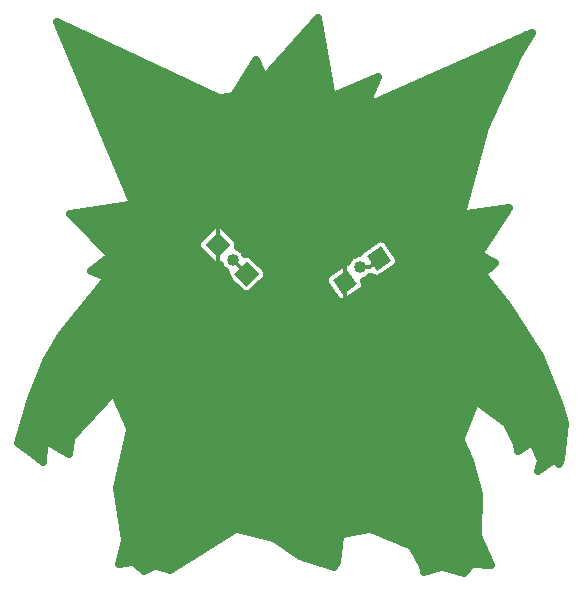
<source format=gtl>
G04 DipTrace 2.3.1.0*
%INgengar.GTL*%
%MOIN*%
%ADD13C,0.013*%
%ADD14C,0.025*%
%ADD17C,0.04*%
%FSLAX44Y44*%
G04*
G70*
G90*
G75*
G01*
%LNTop*%
%LPD*%
X11365Y14648D2*
D13*
X11839Y14174D1*
X15615Y14398D2*
X15953D1*
X16244Y14688D1*
D17*
X11365Y14648D3*
X15615Y14398D3*
X7115Y12148D3*
X17615Y14648D3*
X5607Y22378D2*
D14*
X5881D1*
X13943D2*
X14252D1*
X5713Y22129D2*
X6416D1*
X13724D2*
X14295D1*
X21154D2*
X21262D1*
X5814Y21880D2*
X6952D1*
X13506D2*
X14334D1*
X20595D2*
X21124D1*
X5920Y21632D2*
X7491D1*
X13287D2*
X14377D1*
X20037D2*
X20983D1*
X6025Y21383D2*
X8026D1*
X13064D2*
X14416D1*
X19474D2*
X20846D1*
X6131Y21134D2*
X8561D1*
X12052D2*
X12190D1*
X12845D2*
X14459D1*
X18916D2*
X20733D1*
X6236Y20886D2*
X9096D1*
X11908D2*
X12307D1*
X12627D2*
X14502D1*
X18357D2*
X20616D1*
X6341Y20637D2*
X9635D1*
X11763D2*
X14541D1*
X16006D2*
X16141D1*
X17799D2*
X20502D1*
X6443Y20388D2*
X10170D1*
X11615D2*
X14584D1*
X15408D2*
X16038D1*
X17240D2*
X20385D1*
X6549Y20140D2*
X10706D1*
X11466D2*
X14624D1*
X14676D2*
X15932D1*
X16681D2*
X20268D1*
X6654Y19891D2*
X15827D1*
X16123D2*
X20155D1*
X6759Y19642D2*
X20038D1*
X6865Y19393D2*
X19920D1*
X6970Y19145D2*
X19807D1*
X7072Y18896D2*
X19713D1*
X7177Y18647D2*
X19647D1*
X7283Y18399D2*
X19577D1*
X7388Y18150D2*
X19510D1*
X7494Y17901D2*
X19444D1*
X7599Y17653D2*
X19377D1*
X7701Y17404D2*
X19307D1*
X7806Y17155D2*
X19241D1*
X7912Y16907D2*
X19174D1*
X8017Y16658D2*
X19104D1*
X7541Y16409D2*
X19038D1*
X5982Y16161D2*
X20420D1*
X6224Y15912D2*
X20256D1*
X6470Y15663D2*
X10561D1*
X11166D2*
X20092D1*
X6713Y15414D2*
X10315D1*
X11416D2*
X19928D1*
X6959Y15166D2*
X10159D1*
X11572D2*
X15924D1*
X16619D2*
X19760D1*
X7201Y14917D2*
X10280D1*
X11767D2*
X15592D1*
X16791D2*
X19596D1*
X7170Y14668D2*
X10526D1*
X12162D2*
X15213D1*
X16939D2*
X19854D1*
X6838Y14420D2*
X10936D1*
X12412D2*
X14858D1*
X16857D2*
X19952D1*
X6939Y14171D2*
X11131D1*
X12549D2*
X14506D1*
X16506D2*
X19678D1*
X7150Y13922D2*
X11272D1*
X12404D2*
X14416D1*
X15799D2*
X19866D1*
X6947Y13674D2*
X11522D1*
X12158D2*
X14565D1*
X15767D2*
X20065D1*
X6744Y13425D2*
X14737D1*
X15439D2*
X20264D1*
X6541Y13176D2*
X20463D1*
X6338Y12928D2*
X20635D1*
X6134Y12679D2*
X20795D1*
X5931Y12430D2*
X20956D1*
X5728Y12182D2*
X21116D1*
X5580Y11933D2*
X21276D1*
X5431Y11684D2*
X21436D1*
X5283Y11435D2*
X21596D1*
X5150Y11187D2*
X21698D1*
X5052Y10938D2*
X21795D1*
X4955Y10689D2*
X21889D1*
X4857Y10441D2*
X21987D1*
X4759Y10192D2*
X7327D1*
X7380D2*
X22084D1*
X4666Y9943D2*
X7100D1*
X7572D2*
X22182D1*
X4588Y9695D2*
X6877D1*
X7681D2*
X19342D1*
X19838D2*
X22264D1*
X4509Y9446D2*
X6651D1*
X7787D2*
X19249D1*
X20174D2*
X22334D1*
X4431Y9197D2*
X6424D1*
X7896D2*
X19155D1*
X20509D2*
X22409D1*
X4349Y8949D2*
X6198D1*
X7970D2*
X19061D1*
X20642D2*
X22389D1*
X4271Y8700D2*
X5975D1*
X7916D2*
X18967D1*
X20771D2*
X22366D1*
X4369Y8451D2*
X5073D1*
X5478D2*
X5916D1*
X7861D2*
X19038D1*
X20873D2*
X21120D1*
X21447D2*
X22346D1*
X4701Y8203D2*
X5053D1*
X7806D2*
X19147D1*
X21576D2*
X22323D1*
X7752Y7954D2*
X19252D1*
X21666D2*
X22018D1*
X22070D2*
X22284D1*
X7697Y7705D2*
X19323D1*
X7642Y7456D2*
X19393D1*
X7588Y7208D2*
X19463D1*
X7556Y6959D2*
X19530D1*
X7595Y6710D2*
X19561D1*
X7634Y6462D2*
X19553D1*
X7674Y6213D2*
X19545D1*
X7713Y5964D2*
X19538D1*
X7752Y5716D2*
X19530D1*
X7791Y5467D2*
X11100D1*
X12420D2*
X14936D1*
X16474D2*
X19522D1*
X7787Y5218D2*
X10709D1*
X13009D2*
X14909D1*
X17088D2*
X19627D1*
X7720Y4970D2*
X10319D1*
X13361D2*
X14881D1*
X17463D2*
X19737D1*
X7650Y4721D2*
X9924D1*
X13787D2*
X14854D1*
X17591D2*
X19850D1*
X8224Y4472D2*
X9534D1*
X14537D2*
X14772D1*
X17720D2*
X19256D1*
X14572Y14202D2*
X15079Y14551D1*
X15151Y14572D1*
X15185Y14574D1*
X15237Y14669D1*
X15322Y14759D1*
X15429Y14824D1*
X15549Y14858D1*
X15584D1*
X15621Y14921D1*
X15680Y14978D1*
X16164Y15317D1*
X16279Y15362D1*
X16403Y15350D1*
X16509Y15280D1*
X16820Y14842D1*
X16872Y14768D1*
X16917Y14652D1*
X16905Y14529D1*
X16835Y14423D1*
X16397Y14112D1*
X16323Y14060D1*
X16208Y14015D1*
X16081Y14029D1*
X16124Y14016D1*
X15990Y14070D1*
X15937Y14062D1*
X15836Y13989D1*
X15752Y13957D1*
X15780Y13902D1*
X15791Y13829D1*
X15781Y13754D1*
X15751Y13686D1*
X15703Y13629D1*
X15194Y13270D1*
X15128Y13236D1*
X15054Y13222D1*
X14980Y13229D1*
X14910Y13257D1*
X14851Y13303D1*
X14696Y13519D1*
X14462Y13862D1*
X14441Y13934D1*
Y14008D1*
X14462Y14080D1*
X14503Y14143D1*
X14572Y14202D1*
X11070Y15735D2*
X11502Y15297D1*
X11534Y15230D1*
X11547Y15156D1*
X11538Y15079D1*
X11651Y15014D1*
X11738Y14925D1*
X11782Y14846D1*
X11840Y14856D1*
X11960Y14827D1*
X12027Y14778D1*
X12444Y14361D1*
X12509Y14255D1*
X12518Y14132D1*
X12468Y14015D1*
X12091Y13633D1*
X12027Y13569D1*
X11921Y13504D1*
X11797Y13494D1*
X11681Y13545D1*
X11298Y13922D1*
X11234Y13986D1*
X11170Y14092D1*
X11161Y14219D1*
X11157Y14178D1*
X11110Y14259D1*
X11016Y14340D1*
X10947Y14444D1*
X10936Y14477D1*
X10873Y14465D1*
X10799Y14474D1*
X10730Y14502D1*
X10660Y14561D1*
X10228Y14999D1*
X10195Y15066D1*
X10182Y15140D1*
X10191Y15214D1*
X10219Y15283D1*
X10278Y15353D1*
X10716Y15785D1*
X10783Y15818D1*
X10857Y15830D1*
X10931Y15822D1*
X11000Y15793D1*
X11070Y15735D1*
X14747Y4391D2*
X14862Y4582D1*
X14956Y5407D1*
X15029Y5505D1*
X15058Y5516D1*
X15907Y5667D1*
X15972Y5661D1*
X17333Y5107D1*
X17395Y5052D1*
X17701Y4451D1*
X17737Y4231D1*
X18315Y4409D1*
X18385Y4410D1*
X19069Y4202D1*
X19269Y4455D1*
X19382Y4501D1*
X19986Y4476D1*
X19558Y5430D1*
X19547Y5481D1*
X19589Y6836D1*
X19288Y7929D1*
X18996Y8613D1*
X18994Y8703D1*
X19405Y9797D1*
X19500Y9874D1*
X19462Y9862D1*
X19581Y9863D1*
X20467Y9211D1*
X20502Y9171D1*
X20834Y8516D1*
X20886Y8276D1*
X21234Y8511D1*
X21356Y8519D1*
X21299Y8532D1*
X21406Y8480D1*
X21631Y8040D1*
X21642Y7957D1*
X21561Y7619D1*
X22009Y7931D1*
X22136Y7940D1*
X22264Y7854D1*
X22330Y7993D1*
X22435Y9196D1*
X22232Y9883D1*
X21627Y11428D1*
X20533Y13122D1*
X19770Y14072D1*
X19752Y14193D1*
X19783Y14242D1*
X20109Y14540D1*
X19688Y14773D1*
X19625Y14877D1*
X19644Y14952D1*
X20593Y16381D1*
X19184Y16190D1*
X19072Y16233D1*
X19050Y16353D1*
X19439Y17794D1*
X19776Y19025D1*
X20894Y21428D1*
X21340Y22222D1*
X16084Y19886D1*
X15965Y19895D1*
X15910Y20004D1*
X15918Y20048D1*
X16204Y20729D1*
X14804Y20148D1*
X14683Y20164D1*
X14724Y20143D1*
X14637Y20226D1*
X14220Y22720D1*
X12552Y20828D1*
X12439Y20787D1*
X12344Y20864D1*
X12132Y21315D1*
X11459Y20164D1*
X11391Y20109D1*
X10985Y20045D1*
X10916Y20054D1*
X5505Y22564D1*
X7950Y16758D1*
X7999Y16642D1*
X7984Y16521D1*
X8004Y16559D1*
X7920Y16473D1*
X5954Y16167D1*
X6481Y15626D1*
X7204Y14889D1*
X7235Y14771D1*
X7237Y14828D1*
X7203Y14713D1*
X6635Y14288D1*
X7069Y14104D1*
X7142Y14006D1*
X7132Y14045D1*
X7126Y13925D1*
X5695Y12171D1*
X5158Y11268D1*
X4661Y10011D1*
X4202Y8553D1*
X4832Y8086D1*
X5055Y7920D1*
X5097Y8452D1*
X5162Y8552D1*
X5284Y8550D1*
X5908Y8185D1*
X5968Y8633D1*
X5997Y8698D1*
X7279Y10112D1*
X7392Y10151D1*
X7486Y10074D1*
X7940Y9044D1*
X7948Y8967D1*
X7522Y7025D1*
X7786Y5307D1*
X7565Y4503D1*
X8004Y4583D1*
X8092Y4566D1*
X8412Y4289D1*
X8754Y4449D1*
X8847Y4453D1*
X9283Y4293D1*
X9966Y4730D1*
X11413Y5646D1*
X11503Y5663D1*
X12744Y5386D1*
X13626Y4766D1*
X14745Y4394D1*
X15115Y14564D2*
D13*
Y13232D1*
X10865Y15830D2*
Y14465D1*
G36*
X14704Y13970D2*
X15187Y14309D1*
X15526Y13825D1*
X15042Y13487D1*
X14704Y13970D1*
G37*
G36*
X15832Y14761D2*
X16316Y15099D1*
X16655Y14616D1*
X16171Y14277D1*
X15832Y14761D1*
G37*
G36*
X10865Y15565D2*
X11282Y15148D1*
X10865Y14730D1*
X10447Y15148D1*
X10865Y15565D1*
G37*
G36*
X11839Y14591D2*
X12257Y14174D1*
X11839Y13756D1*
X11422Y14174D1*
X11839Y14591D1*
G37*
G36*
X14115Y20148D2*
X14865D1*
Y19398D1*
X14115D1*
Y20148D1*
G37*
G36*
X15365Y19898D2*
X16115D1*
Y19398D1*
X15365D1*
Y19898D1*
G37*
G36*
X7115Y10648D2*
X7865D1*
Y10148D1*
X7115D1*
Y10648D1*
G37*
G36*
X21865Y8398D2*
X22115D1*
Y7898D1*
X21865D1*
Y8398D1*
G37*
M02*

</source>
